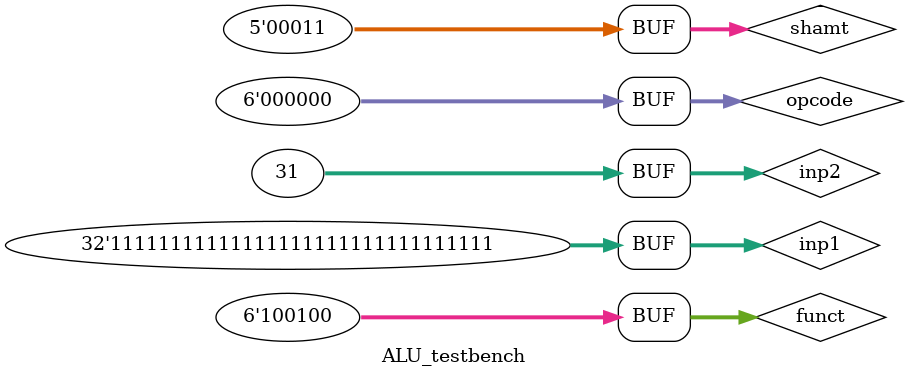
<source format=v>
`define DELAY 20
module ALU_testbench();

reg [31:0] inp1,inp2;
reg [4:0] shamt;
reg [5:0] opcode,funct;
wire [31:0] out;


ALU alu1 (opcode, inp1, inp2, out, shamt,  funct);


initial begin
opcode = 6'b000000; inp1 = 32'b11111111111111111111111111111111;  inp2 = 32'b00000000000000000000000000000001 ; shamt = 5'b00011 ; funct = 6'b000000;
#`DELAY;
opcode = 6'b000000; inp1 = 32'b11111111111111111111111111111111;  inp2 = 32'b00000000000000000000000000000011 ; shamt = 5'b00011 ; funct = 6'b100000;
#`DELAY;
opcode = 6'b000000; inp1 = 32'b11111111111111111111111111111111;  inp2 = 32'b00000000000000000000000000011111 ; shamt = 5'b00011 ; funct = 6'b100100;
#`DELAY;

end
 
 
initial
begin
$monitor(" time = %2d \nfunct = %6b \n    a = %32b \n    b = %32b \nshamt = %5b\n  out = %32b \n\n", $time, funct, inp1, inp2, shamt, out);
end
 
endmodule

</source>
